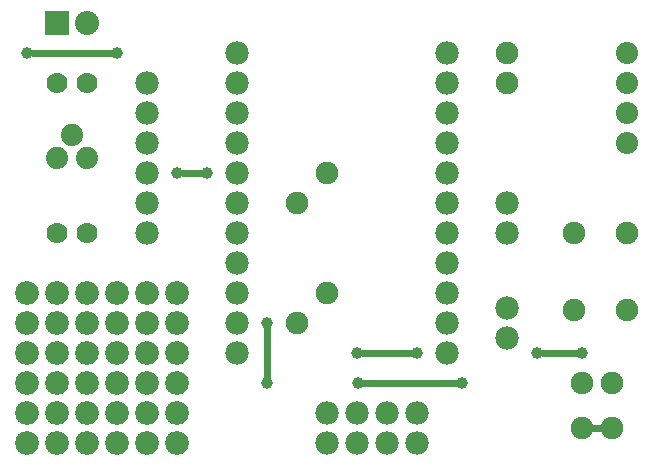
<source format=gtl>
G04 MADE WITH FRITZING*
G04 WWW.FRITZING.ORG*
G04 DOUBLE SIDED*
G04 HOLES PLATED*
G04 CONTOUR ON CENTER OF CONTOUR VECTOR*
%ASAXBY*%
%FSLAX23Y23*%
%MOIN*%
%OFA0B0*%
%SFA1.0B1.0*%
%ADD10C,0.039370*%
%ADD11C,0.078000*%
%ADD12C,0.075000*%
%ADD13C,0.070000*%
%ADD14C,0.080000*%
%ADD15C,0.073889*%
%ADD16C,0.074000*%
%ADD17C,0.079370*%
%ADD18R,0.080000X0.080000*%
%ADD19C,0.024000*%
%LNCOPPER1*%
G90*
G70*
G54D10*
X554Y1068D03*
X654Y1068D03*
G54D11*
X1354Y168D03*
X1254Y168D03*
X1154Y168D03*
X1054Y168D03*
X1354Y268D03*
X1254Y268D03*
X1154Y268D03*
X1054Y268D03*
G54D12*
X1054Y1068D03*
X1054Y668D03*
X954Y968D03*
X954Y568D03*
G54D10*
X1354Y468D03*
X1154Y468D03*
X854Y568D03*
X854Y368D03*
G54D13*
X154Y1368D03*
X254Y1368D03*
X154Y868D03*
X254Y868D03*
G54D14*
X154Y1568D03*
X254Y1568D03*
G54D15*
X2054Y1168D03*
X2054Y1268D03*
X2054Y1368D03*
X2054Y1468D03*
G54D16*
X254Y1118D03*
X204Y1193D03*
X154Y1118D03*
X254Y1118D03*
X204Y1193D03*
X154Y1118D03*
G54D11*
X1454Y1468D03*
X1454Y1368D03*
X1454Y1268D03*
X1454Y1168D03*
X1454Y1068D03*
X1454Y968D03*
X1454Y868D03*
X1454Y768D03*
X1454Y668D03*
X1454Y568D03*
X1454Y468D03*
X454Y1368D03*
X454Y1268D03*
X454Y1168D03*
X454Y1068D03*
X454Y968D03*
X454Y868D03*
X1654Y968D03*
X1654Y868D03*
G54D12*
X1654Y1368D03*
X1654Y1468D03*
X2054Y868D03*
X2054Y612D03*
X1877Y868D03*
X1877Y612D03*
G54D10*
X54Y1468D03*
X354Y1468D03*
G54D11*
X754Y1468D03*
X754Y1368D03*
X754Y1268D03*
X754Y1168D03*
X754Y1068D03*
X754Y968D03*
X754Y868D03*
X754Y768D03*
X754Y668D03*
X754Y568D03*
X754Y468D03*
G54D17*
X554Y668D03*
X454Y668D03*
X354Y668D03*
X254Y668D03*
X154Y668D03*
X54Y668D03*
X554Y568D03*
X454Y568D03*
X354Y568D03*
X254Y568D03*
X154Y568D03*
X54Y568D03*
X554Y468D03*
X454Y468D03*
X354Y468D03*
X254Y468D03*
X154Y468D03*
X54Y468D03*
X554Y368D03*
X454Y368D03*
X354Y368D03*
X254Y368D03*
X154Y368D03*
X54Y368D03*
X554Y268D03*
X454Y268D03*
X354Y268D03*
X254Y268D03*
X154Y268D03*
X54Y268D03*
X554Y168D03*
X454Y168D03*
X354Y168D03*
X254Y168D03*
X154Y168D03*
X54Y168D03*
G54D12*
X1904Y368D03*
X2004Y368D03*
X1904Y218D03*
X2004Y218D03*
G54D11*
X1654Y618D03*
X1654Y518D03*
G54D10*
X1504Y369D03*
X1155Y369D03*
X1754Y468D03*
X1904Y468D03*
G54D18*
X154Y1568D03*
G54D19*
X573Y1068D02*
X635Y1068D01*
D02*
X1335Y468D02*
X1173Y468D01*
D02*
X854Y549D02*
X854Y387D01*
D02*
X335Y1468D02*
X73Y1468D01*
D02*
X1485Y369D02*
X1174Y369D01*
D02*
X1932Y218D02*
X1975Y218D01*
D02*
X1773Y468D02*
X1885Y468D01*
G04 End of Copper1*
M02*
</source>
